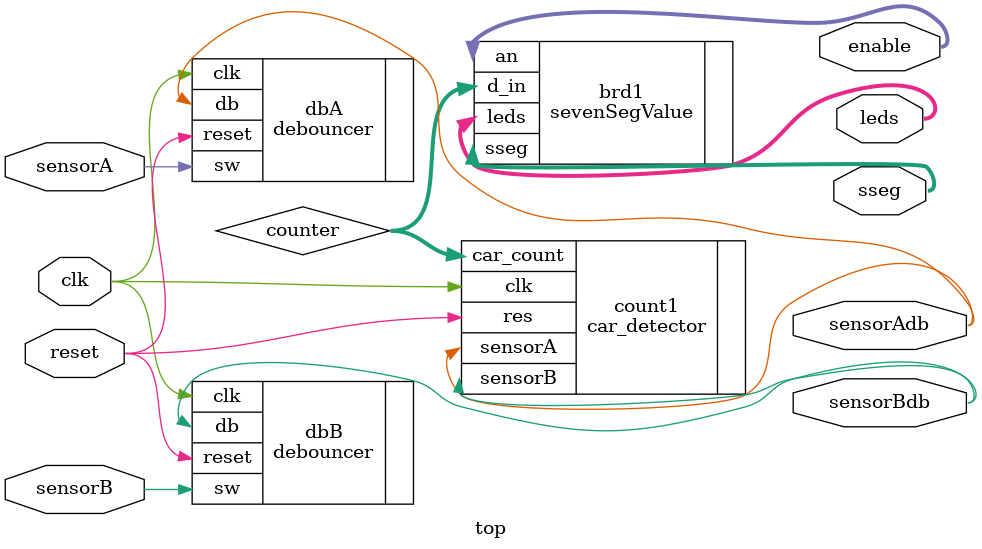
<source format=v>
`timescale 1ns / 1ps
module top(
	input wire clk, reset,
	input wire sensorA,
	input wire sensorB,
	output wire sensorAdb,
	output wire sensorBdb,
	output wire [3:0] enable,  // enable 1-out-of-4 asserted low
   output wire [7:0] sseg, // led segments
	output wire [3:0] leds
);

wire [3:0] counter;

// Debounce sensorA
debouncer dbA (
	.clk (clk),
	.reset (reset),
	.sw (sensorA),
	.db (sensorAdb)
);

// Debounce sensorA
debouncer dbB (
	.clk (clk),
	.reset (reset),
	.sw (sensorB),
	.db (sensorBdb)
);

//instantiation of car_detector
car_detector count1(
	.clk (clk),
	.res (reset),
	.sensorA (sensorAdb),
	.sensorB (sensorBdb),
	.car_count (counter)
);

//instantiation of sevenSegValue controller
sevenSegValue  brd1(
	.d_in (counter),
	.an (enable),
	.sseg (sseg),
	.leds (leds)
);

endmodule

</source>
